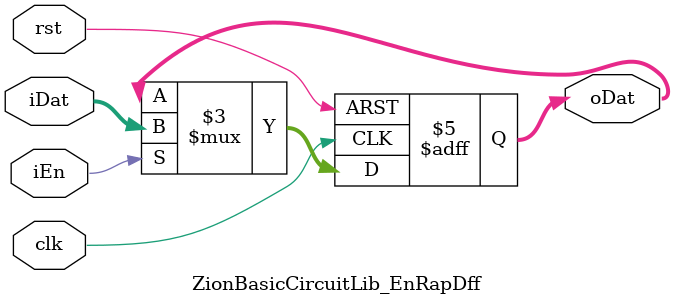
<source format=sv>
`ifndef Disable_ZionBasicCircuitLib_EnRapDff
`ifdef ZionBasicCircuitLib_EnRapDff
  `__DefErr__(ZionBasicCircuitLib_EnRapDff)
`else
  `define ZionBasicCircuitLib_EnRapDff(UnitName,clk_MT,rst_MT,iEn_MT,iDat_MT,oDat_MT,INI_DATA_MT='0)\
ZionBasicCircuitLib_EnRapDff  #(.WIDTH_IN($bits(iDat_MT)),    \
                                  .WIDTH_OUT($bits(oDat_MT)), \
                                  .INI_DATA(INI_DATA_MT))     \
                                UnitName(                     \
                                  .clk(clk_MT),               \
                                  .rst(rst_MT),               \
                                  .iEn(iEn_MT),               \
                                  .iDat(iDat_MT),             \
                                  .oDat(oDat_MT)              \
                                )
`endif

module ZionBasicCircuitLib_EnRapDff
#(WIDTH_IN  = "_", //$bits(iDat)// width of input data
  WIDTH_OUT = "_", //$bits(oDat)// width of output data
  INI_DATA  = '0   //'0         // initial value for reset 
)(
  input                        clk,rst,
  input                        iEn,  // active high
  input        [WIDTH_IN -1:0] iDat,
  output logic [WIDTH_OUT-1:0] oDat
);

  always_ff@(posedge clk, posedge rst) begin
    if(rst)
      oDat <= INI_DATA;
    else begin
      if(iEn)
        oDat <= iDat;
    end
  end

  // parameter check
  initial begin
    if(WIDTH_IN != WIDTH_OUT) begin
      $error("Parameter Error: Dff IO width mismatch!!");
      `ifdef CHECK_ERR_EXIT
        $finish;
      `endif
    end
  end

endmodule: ZionBasicCircuitLib_EnRapDff
`endif
</source>
